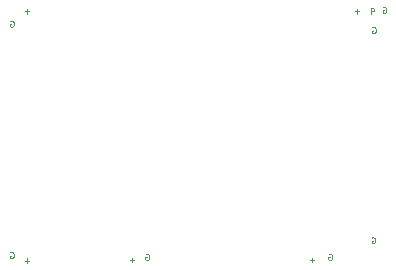
<source format=gbr>
%TF.GenerationSoftware,KiCad,Pcbnew,6.0.8+dfsg-1~bpo11+1+rpt1*%
%TF.CreationDate,2023-03-27T20:05:12+03:00*%
%TF.ProjectId,som_f1c,736f6d5f-6631-4632-9e6b-696361645f70,rev?*%
%TF.SameCoordinates,Original*%
%TF.FileFunction,Legend,Bot*%
%TF.FilePolarity,Positive*%
%FSLAX46Y46*%
G04 Gerber Fmt 4.6, Leading zero omitted, Abs format (unit mm)*
G04 Created by KiCad (PCBNEW 6.0.8+dfsg-1~bpo11+1+rpt1) date 2023-03-27 20:05:12*
%MOMM*%
%LPD*%
G01*
G04 APERTURE LIST*
%ADD10C,0.125000*%
G04 APERTURE END LIST*
D10*
X93869047Y-98426190D02*
X93869047Y-97926190D01*
X94059523Y-97926190D01*
X94107142Y-97950000D01*
X94130952Y-97973809D01*
X94154761Y-98021428D01*
X94154761Y-98092857D01*
X94130952Y-98140476D01*
X94107142Y-98164285D01*
X94059523Y-98188095D01*
X93869047Y-98188095D01*
X63369047Y-118600000D02*
X63416666Y-118576190D01*
X63488095Y-118576190D01*
X63559523Y-118600000D01*
X63607142Y-118647619D01*
X63630952Y-118695238D01*
X63654761Y-118790476D01*
X63654761Y-118861904D01*
X63630952Y-118957142D01*
X63607142Y-119004761D01*
X63559523Y-119052380D01*
X63488095Y-119076190D01*
X63440476Y-119076190D01*
X63369047Y-119052380D01*
X63345238Y-119028571D01*
X63345238Y-118861904D01*
X63440476Y-118861904D01*
X74819047Y-118750000D02*
X74866666Y-118726190D01*
X74938095Y-118726190D01*
X75009523Y-118750000D01*
X75057142Y-118797619D01*
X75080952Y-118845238D01*
X75104761Y-118940476D01*
X75104761Y-119011904D01*
X75080952Y-119107142D01*
X75057142Y-119154761D01*
X75009523Y-119202380D01*
X74938095Y-119226190D01*
X74890476Y-119226190D01*
X74819047Y-119202380D01*
X74795238Y-119178571D01*
X74795238Y-119011904D01*
X74890476Y-119011904D01*
X90319047Y-118750000D02*
X90366666Y-118726190D01*
X90438095Y-118726190D01*
X90509523Y-118750000D01*
X90557142Y-118797619D01*
X90580952Y-118845238D01*
X90604761Y-118940476D01*
X90604761Y-119011904D01*
X90580952Y-119107142D01*
X90557142Y-119154761D01*
X90509523Y-119202380D01*
X90438095Y-119226190D01*
X90390476Y-119226190D01*
X90319047Y-119202380D01*
X90295238Y-119178571D01*
X90295238Y-119011904D01*
X90390476Y-119011904D01*
X93969047Y-117350000D02*
X94016666Y-117326190D01*
X94088095Y-117326190D01*
X94159523Y-117350000D01*
X94207142Y-117397619D01*
X94230952Y-117445238D01*
X94254761Y-117540476D01*
X94254761Y-117611904D01*
X94230952Y-117707142D01*
X94207142Y-117754761D01*
X94159523Y-117802380D01*
X94088095Y-117826190D01*
X94040476Y-117826190D01*
X93969047Y-117802380D01*
X93945238Y-117778571D01*
X93945238Y-117611904D01*
X94040476Y-117611904D01*
X94019047Y-99550000D02*
X94066666Y-99526190D01*
X94138095Y-99526190D01*
X94209523Y-99550000D01*
X94257142Y-99597619D01*
X94280952Y-99645238D01*
X94304761Y-99740476D01*
X94304761Y-99811904D01*
X94280952Y-99907142D01*
X94257142Y-99954761D01*
X94209523Y-100002380D01*
X94138095Y-100026190D01*
X94090476Y-100026190D01*
X94019047Y-100002380D01*
X93995238Y-99978571D01*
X93995238Y-99811904D01*
X94090476Y-99811904D01*
X94919047Y-97850000D02*
X94966666Y-97826190D01*
X95038095Y-97826190D01*
X95109523Y-97850000D01*
X95157142Y-97897619D01*
X95180952Y-97945238D01*
X95204761Y-98040476D01*
X95204761Y-98111904D01*
X95180952Y-98207142D01*
X95157142Y-98254761D01*
X95109523Y-98302380D01*
X95038095Y-98326190D01*
X94990476Y-98326190D01*
X94919047Y-98302380D01*
X94895238Y-98278571D01*
X94895238Y-98111904D01*
X94990476Y-98111904D01*
X63369047Y-99000000D02*
X63416666Y-98976190D01*
X63488095Y-98976190D01*
X63559523Y-99000000D01*
X63607142Y-99047619D01*
X63630952Y-99095238D01*
X63654761Y-99190476D01*
X63654761Y-99261904D01*
X63630952Y-99357142D01*
X63607142Y-99404761D01*
X63559523Y-99452380D01*
X63488095Y-99476190D01*
X63440476Y-99476190D01*
X63369047Y-99452380D01*
X63345238Y-99428571D01*
X63345238Y-99261904D01*
X63440476Y-99261904D01*
X64559523Y-98185714D02*
X64940476Y-98185714D01*
X64750000Y-98376190D02*
X64750000Y-97995238D01*
X92509523Y-98185714D02*
X92890476Y-98185714D01*
X92700000Y-98376190D02*
X92700000Y-97995238D01*
X88709523Y-119235714D02*
X89090476Y-119235714D01*
X88900000Y-119426190D02*
X88900000Y-119045238D01*
X73459523Y-119235714D02*
X73840476Y-119235714D01*
X73650000Y-119426190D02*
X73650000Y-119045238D01*
X64559523Y-119285714D02*
X64940476Y-119285714D01*
X64750000Y-119476190D02*
X64750000Y-119095238D01*
M02*

</source>
